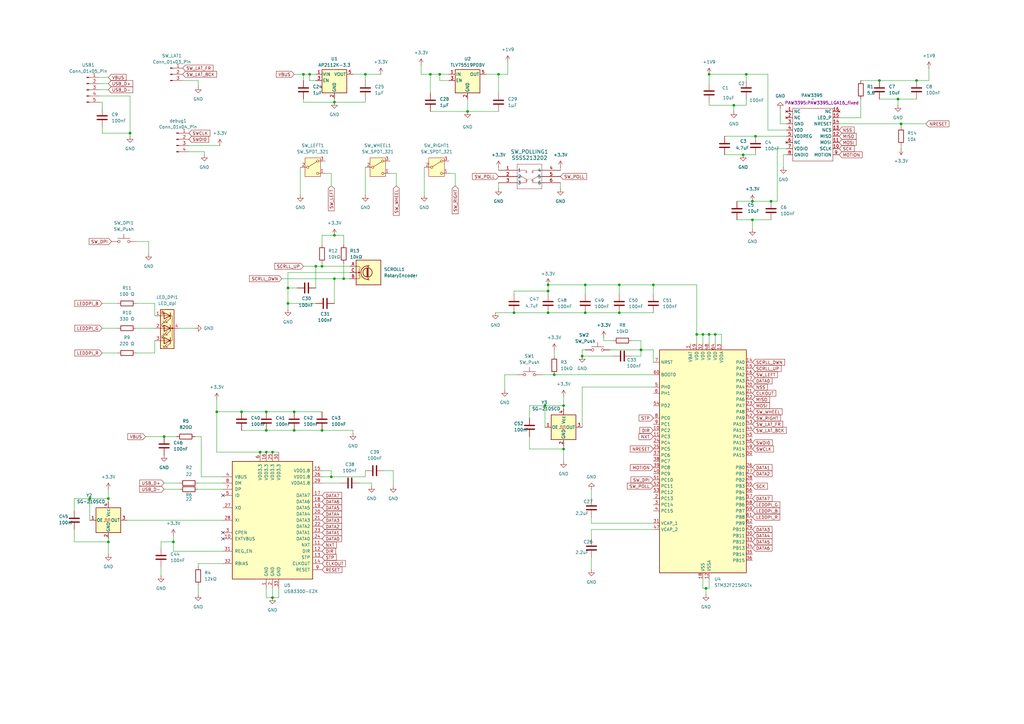
<source format=kicad_sch>
(kicad_sch (version 20250114) (generator "eeschema") (generator_version "9.0")
  (paper "A3")
  (junction (at 360.68 33.02))
  (junction (at 316.23 82.55))
  (junction (at 290.83 137.16))
  (junction (at 137.16 41.91))
  (junction (at 149.86 30.48))
  (junction (at 120.65 168.91))
  (junction (at 53.34 54.61))
  (junction (at 267.97 116.84))
  (junction (at 135.89 195.58))
  (junction (at 254 116.84))
  (junction (at 137.16 96.52))
  (junction (at 227.33 153.67))
  (junction (at 254 128.27))
  (junction (at 71.12 222.25))
  (junction (at 132.08 176.53))
  (junction (at 240.03 116.84))
  (junction (at 127 30.48))
  (junction (at 118.11 118.11))
  (junction (at 140.97 114.3))
  (junction (at 300.99 43.18))
  (junction (at 191.77 45.72))
  (junction (at 109.22 168.91))
  (junction (at 132.08 109.22))
  (junction (at 288.29 137.16))
  (junction (at 369.57 50.8))
  (junction (at 111.76 245.11))
  (junction (at 308.61 82.55))
  (junction (at 109.22 185.42))
  (junction (at 99.06 168.91))
  (junction (at 306.07 30.48))
  (junction (at 118.11 124.46))
  (junction (at 204.47 30.48))
  (junction (at 176.53 30.48))
  (junction (at 36.83 204.47))
  (junction (at 309.88 55.88))
  (junction (at 290.83 30.48))
  (junction (at 375.92 33.02))
  (junction (at 304.8 63.5))
  (junction (at 137.16 114.3))
  (junction (at 224.79 128.27))
  (junction (at 129.54 109.22))
  (junction (at 231.14 184.15))
  (junction (at 88.9 168.91))
  (junction (at 368.3 40.64))
  (junction (at 308.61 90.17))
  (junction (at 238.76 146.05))
  (junction (at 44.45 222.25))
  (junction (at 67.31 179.07))
  (junction (at 111.76 185.42))
  (junction (at 285.75 137.16))
  (junction (at 231.14 166.37))
  (junction (at 224.79 116.84))
  (junction (at 44.45 204.47))
  (junction (at 262.89 143.51))
  (junction (at 120.65 176.53))
  (junction (at 293.37 137.16))
  (junction (at 106.68 185.42))
  (junction (at 289.56 241.3))
  (junction (at 240.03 128.27))
  (junction (at 124.46 30.48))
  (junction (at 109.22 176.53))
  (junction (at 180.34 30.48))
  (junction (at 224.79 119.38))
  (junction (at 210.82 128.27))
  (junction (at 223.52 166.37))
  (no_connect (at 91.44 218.44))
  (no_connect (at 91.44 220.98))
  (no_connect (at 91.44 203.2))
  (wire (pts (xy 52.07 213.36) (xy 91.44 213.36)))
  (wire (pts (xy 304.8 63.5) (xy 309.88 63.5)))
  (wire (pts (xy 137.16 41.91) (xy 124.46 41.91)))
  (wire (pts (xy 132.08 100.33) (xy 132.08 96.52)))
  (wire (pts (xy 149.86 195.58) (xy 149.86 193.04)))
  (wire (pts (xy 53.34 54.61) (xy 53.34 55.88)))
  (wire (pts (xy 44.45 220.98) (xy 44.45 222.25)))
  (wire (pts (xy 308.61 90.17) (xy 316.23 90.17)))
  (wire (pts (xy 41.91 144.78) (xy 48.26 144.78)))
  (wire (pts (xy 322.58 60.96) (xy 318.77 60.96)))
  (wire (pts (xy 71.12 222.25) (xy 71.12 226.06)))
  (wire (pts (xy 133.35 71.12) (xy 135.89 71.12)))
  (wire (pts (xy 288.29 237.49) (xy 288.29 241.3)))
  (wire (pts (xy 109.22 185.42) (xy 111.76 185.42)))
  (wire (pts (xy 207.01 153.67) (xy 212.09 153.67)))
  (wire (pts (xy 223.52 166.37) (xy 217.17 166.37)))
  (wire (pts (xy 238.76 175.26) (xy 238.76 158.75)))
  (wire (pts (xy 240.03 128.27) (xy 254 128.27)))
  (wire (pts (xy 254 116.84) (xy 254 120.65)))
  (wire (pts (xy 99.06 168.91) (xy 109.22 168.91)))
  (wire (pts (xy 267.97 148.59) (xy 267.97 143.51)))
  (wire (pts (xy 36.83 204.47) (xy 36.83 213.36)))
  (wire (pts (xy 124.46 109.22) (xy 129.54 109.22)))
  (wire (pts (xy 180.34 30.48) (xy 184.15 30.48)))
  (wire (pts (xy 314.96 30.48) (xy 314.96 53.34)))
  (wire (pts (xy 231.14 167.64) (xy 231.14 166.37)))
  (wire (pts (xy 67.31 198.12) (xy 73.66 198.12)))
  (wire (pts (xy 44.45 204.47) (xy 36.83 204.47)))
  (wire (pts (xy 41.91 54.61) (xy 53.34 54.61)))
  (wire (pts (xy 30.48 217.17) (xy 30.48 222.25)))
  (wire (pts (xy 369.57 59.69) (xy 369.57 60.96)))
  (wire (pts (xy 41.91 41.91) (xy 41.91 44.45)))
  (wire (pts (xy 149.86 30.48) (xy 149.86 33.02)))
  (wire (pts (xy 132.08 176.53) (xy 144.78 176.53)))
  (wire (pts (xy 254 116.84) (xy 267.97 116.84)))
  (wire (pts (xy 132.08 107.95) (xy 132.08 109.22)))
  (wire (pts (xy 308.61 82.55) (xy 302.26 82.55)))
  (wire (pts (xy 152.4 198.12) (xy 152.4 199.39)))
  (wire (pts (xy 176.53 30.48) (xy 180.34 30.48)))
  (wire (pts (xy 91.44 231.14) (xy 81.28 231.14)))
  (wire (pts (xy 207.01 160.02) (xy 207.01 153.67)))
  (wire (pts (xy 55.88 134.62) (xy 63.5 134.62)))
  (wire (pts (xy 217.17 166.37) (xy 217.17 171.45)))
  (wire (pts (xy 40.64 39.37) (xy 53.34 39.37)))
  (wire (pts (xy 227.33 143.51) (xy 227.33 146.05)))
  (wire (pts (xy 229.87 74.93) (xy 229.87 77.47)))
  (wire (pts (xy 132.08 195.58) (xy 135.89 195.58)))
  (wire (pts (xy 379.73 50.8) (xy 369.57 50.8)))
  (wire (pts (xy 259.08 139.7) (xy 262.89 139.7)))
  (wire (pts (xy 66.04 222.25) (xy 66.04 224.79)))
  (wire (pts (xy 290.83 237.49) (xy 290.83 241.3)))
  (wire (pts (xy 135.89 71.12) (xy 135.89 76.2)))
  (wire (pts (xy 208.28 25.4) (xy 208.28 30.48)))
  (wire (pts (xy 242.57 214.63) (xy 267.97 214.63)))
  (wire (pts (xy 231.14 166.37) (xy 223.52 166.37)))
  (wire (pts (xy 288.29 241.3) (xy 289.56 241.3)))
  (wire (pts (xy 30.48 204.47) (xy 30.48 209.55)))
  (wire (pts (xy 71.12 226.06) (xy 91.44 226.06)))
  (wire (pts (xy 293.37 137.16) (xy 293.37 140.97)))
  (wire (pts (xy 127 33.02) (xy 127 30.48)))
  (wire (pts (xy 353.06 48.26) (xy 344.17 48.26)))
  (wire (pts (xy 186.69 71.12) (xy 184.15 71.12)))
  (wire (pts (xy 149.86 41.91) (xy 137.16 41.91)))
  (wire (pts (xy 81.28 33.02) (xy 81.28 35.56)))
  (wire (pts (xy 144.78 30.48) (xy 149.86 30.48)))
  (wire (pts (xy 88.9 168.91) (xy 88.9 185.42)))
  (wire (pts (xy 44.45 204.47) (xy 44.45 200.66)))
  (wire (pts (xy 369.57 50.8) (xy 369.57 52.07)))
  (wire (pts (xy 231.14 184.15) (xy 231.14 189.23)))
  (wire (pts (xy 204.47 30.48) (xy 208.28 30.48)))
  (wire (pts (xy 229.87 69.85) (xy 229.87 68.58)))
  (wire (pts (xy 114.3 241.3) (xy 114.3 245.11)))
  (wire (pts (xy 240.03 116.84) (xy 254 116.84)))
  (wire (pts (xy 262.89 143.51) (xy 262.89 146.05)))
  (wire (pts (xy 247.65 139.7) (xy 251.46 139.7)))
  (wire (pts (xy 129.54 33.02) (xy 127 33.02)))
  (wire (pts (xy 83.82 62.23) (xy 83.82 63.5)))
  (wire (pts (xy 285.75 137.16) (xy 285.75 140.97)))
  (wire (pts (xy 259.08 146.05) (xy 262.89 146.05)))
  (wire (pts (xy 106.68 185.42) (xy 109.22 185.42)))
  (wire (pts (xy 118.11 118.11) (xy 118.11 111.76)))
  (wire (pts (xy 191.77 40.64) (xy 191.77 45.72)))
  (wire (pts (xy 290.83 137.16) (xy 288.29 137.16)))
  (wire (pts (xy 369.57 50.8) (xy 344.17 50.8)))
  (wire (pts (xy 224.79 116.84) (xy 240.03 116.84)))
  (wire (pts (xy 242.57 214.63) (xy 242.57 212.09)))
  (wire (pts (xy 353.06 33.02) (xy 360.68 33.02)))
  (wire (pts (xy 210.82 120.65) (xy 210.82 119.38)))
  (wire (pts (xy 149.86 40.64) (xy 149.86 41.91)))
  (wire (pts (xy 81.28 198.12) (xy 91.44 198.12)))
  (wire (pts (xy 81.28 240.03) (xy 81.28 243.84)))
  (wire (pts (xy 109.22 241.3) (xy 109.22 245.11)))
  (wire (pts (xy 290.83 30.48) (xy 290.83 34.29)))
  (wire (pts (xy 199.39 30.48) (xy 204.47 30.48)))
  (wire (pts (xy 88.9 168.91) (xy 99.06 168.91)))
  (wire (pts (xy 309.88 55.88) (xy 322.58 55.88)))
  (wire (pts (xy 60.96 99.06) (xy 60.96 104.14)))
  (wire (pts (xy 115.57 114.3) (xy 137.16 114.3)))
  (wire (pts (xy 204.47 30.48) (xy 204.47 38.1)))
  (wire (pts (xy 129.54 109.22) (xy 129.54 118.11)))
  (wire (pts (xy 267.97 116.84) (xy 285.75 116.84)))
  (wire (pts (xy 242.57 200.66) (xy 242.57 204.47)))
  (wire (pts (xy 318.77 60.96) (xy 318.77 82.55)))
  (wire (pts (xy 176.53 30.48) (xy 176.53 38.1)))
  (wire (pts (xy 368.3 40.64) (xy 375.92 40.64)))
  (wire (pts (xy 184.15 33.02) (xy 180.34 33.02)))
  (wire (pts (xy 44.45 205.74) (xy 44.45 204.47)))
  (wire (pts (xy 231.14 166.37) (xy 231.14 162.56)))
  (wire (pts (xy 41.91 124.46) (xy 48.26 124.46)))
  (wire (pts (xy 132.08 193.04) (xy 135.89 193.04)))
  (wire (pts (xy 120.65 30.48) (xy 124.46 30.48)))
  (wire (pts (xy 288.29 137.16) (xy 285.75 137.16)))
  (wire (pts (xy 262.89 139.7) (xy 262.89 143.51)))
  (wire (pts (xy 135.89 193.04) (xy 135.89 195.58)))
  (wire (pts (xy 40.64 34.29) (xy 44.45 34.29)))
  (wire (pts (xy 203.2 128.27) (xy 210.82 128.27)))
  (wire (pts (xy 227.33 153.67) (xy 267.97 153.67)))
  (wire (pts (xy 82.55 195.58) (xy 91.44 195.58)))
  (wire (pts (xy 140.97 107.95) (xy 140.97 114.3)))
  (wire (pts (xy 114.3 245.11) (xy 111.76 245.11)))
  (wire (pts (xy 288.29 137.16) (xy 288.29 140.97)))
  (wire (pts (xy 240.03 143.51) (xy 238.76 143.51)))
  (wire (pts (xy 290.83 241.3) (xy 289.56 241.3)))
  (wire (pts (xy 124.46 30.48) (xy 127 30.48)))
  (wire (pts (xy 124.46 41.91) (xy 124.46 40.64)))
  (wire (pts (xy 63.5 144.78) (xy 63.5 139.7)))
  (wire (pts (xy 118.11 111.76) (xy 143.51 111.76)))
  (wire (pts (xy 306.07 30.48) (xy 306.07 33.02)))
  (wire (pts (xy 140.97 96.52) (xy 140.97 100.33)))
  (wire (pts (xy 157.48 193.04) (xy 161.29 193.04)))
  (wire (pts (xy 302.26 90.17) (xy 308.61 90.17)))
  (wire (pts (xy 111.76 241.3) (xy 111.76 245.11)))
  (wire (pts (xy 322.58 63.5) (xy 321.31 63.5)))
  (wire (pts (xy 73.66 134.62) (xy 80.01 134.62)))
  (wire (pts (xy 306.07 43.18) (xy 300.99 43.18)))
  (wire (pts (xy 217.17 179.07) (xy 217.17 184.15)))
  (wire (pts (xy 308.61 90.17) (xy 308.61 93.98)))
  (wire (pts (xy 81.28 231.14) (xy 81.28 232.41)))
  (wire (pts (xy 67.31 179.07) (xy 72.39 179.07)))
  (wire (pts (xy 210.82 119.38) (xy 224.79 119.38)))
  (wire (pts (xy 132.08 198.12) (xy 139.7 198.12)))
  (wire (pts (xy 118.11 127) (xy 118.11 124.46)))
  (wire (pts (xy 290.83 30.48) (xy 306.07 30.48)))
  (wire (pts (xy 59.69 179.07) (xy 67.31 179.07)))
  (wire (pts (xy 222.25 153.67) (xy 227.33 153.67)))
  (wire (pts (xy 41.91 134.62) (xy 48.26 134.62)))
  (wire (pts (xy 109.22 176.53) (xy 120.65 176.53)))
  (wire (pts (xy 267.97 143.51) (xy 262.89 143.51)))
  (wire (pts (xy 88.9 163.83) (xy 88.9 168.91)))
  (wire (pts (xy 162.56 71.12) (xy 160.02 71.12)))
  (wire (pts (xy 318.77 82.55) (xy 316.23 82.55)))
  (wire (pts (xy 290.83 43.18) (xy 290.83 41.91)))
  (wire (pts (xy 53.34 39.37) (xy 53.34 54.61)))
  (wire (pts (xy 172.72 30.48) (xy 176.53 30.48)))
  (wire (pts (xy 224.79 119.38) (xy 224.79 120.65)))
  (wire (pts (xy 63.5 124.46) (xy 63.5 129.54)))
  (wire (pts (xy 137.16 40.64) (xy 137.16 41.91)))
  (wire (pts (xy 254 128.27) (xy 267.97 128.27)))
  (wire (pts (xy 109.22 168.91) (xy 120.65 168.91)))
  (wire (pts (xy 140.97 114.3) (xy 143.51 114.3)))
  (wire (pts (xy 120.65 176.53) (xy 132.08 176.53)))
  (wire (pts (xy 204.47 74.93) (xy 204.47 77.47)))
  (wire (pts (xy 289.56 241.3) (xy 289.56 243.84)))
  (wire (pts (xy 118.11 124.46) (xy 118.11 118.11)))
  (wire (pts (xy 306.07 40.64) (xy 306.07 43.18)))
  (wire (pts (xy 295.91 140.97) (xy 295.91 137.16)))
  (wire (pts (xy 162.56 76.2) (xy 162.56 71.12)))
  (wire (pts (xy 55.88 144.78) (xy 63.5 144.78)))
  (wire (pts (xy 297.18 63.5) (xy 304.8 63.5)))
  (wire (pts (xy 238.76 143.51) (xy 238.76 146.05)))
  (wire (pts (xy 161.29 193.04) (xy 161.29 199.39)))
  (wire (pts (xy 120.65 168.91) (xy 132.08 168.91)))
  (wire (pts (xy 82.55 179.07) (xy 82.55 195.58)))
  (wire (pts (xy 137.16 114.3) (xy 140.97 114.3)))
  (wire (pts (xy 67.31 200.66) (xy 73.66 200.66)))
  (wire (pts (xy 66.04 232.41) (xy 66.04 236.22)))
  (wire (pts (xy 123.19 68.58) (xy 123.19 80.01)))
  (wire (pts (xy 132.08 109.22) (xy 143.51 109.22)))
  (wire (pts (xy 40.64 31.75) (xy 44.45 31.75)))
  (wire (pts (xy 321.31 63.5) (xy 321.31 68.58)))
  (wire (pts (xy 223.52 166.37) (xy 223.52 175.26)))
  (wire (pts (xy 124.46 30.48) (xy 124.46 33.02)))
  (wire (pts (xy 77.47 62.23) (xy 83.82 62.23)))
  (wire (pts (xy 55.88 99.06) (xy 60.96 99.06)))
  (wire (pts (xy 267.97 116.84) (xy 267.97 120.65)))
  (wire (pts (xy 375.92 33.02) (xy 381 33.02)))
  (wire (pts (xy 36.83 204.47) (xy 30.48 204.47)))
  (wire (pts (xy 99.06 176.53) (xy 109.22 176.53)))
  (wire (pts (xy 129.54 109.22) (xy 132.08 109.22)))
  (wire (pts (xy 204.47 69.85) (xy 204.47 68.58)))
  (wire (pts (xy 224.79 116.84) (xy 224.79 119.38)))
  (wire (pts (xy 80.01 179.07) (xy 82.55 179.07)))
  (wire (pts (xy 242.57 217.17) (xy 267.97 217.17)))
  (wire (pts (xy 250.19 143.51) (xy 262.89 143.51)))
  (wire (pts (xy 368.3 40.64) (xy 368.3 43.18)))
  (wire (pts (xy 297.18 55.88) (xy 309.88 55.88)))
  (wire (pts (xy 285.75 116.84) (xy 285.75 137.16)))
  (wire (pts (xy 381 27.94) (xy 381 33.02)))
  (wire (pts (xy 55.88 124.46) (xy 63.5 124.46)))
  (wire (pts (xy 238.76 146.05) (xy 251.46 146.05)))
  (wire (pts (xy 71.12 219.71) (xy 71.12 222.25)))
  (wire (pts (xy 44.45 222.25) (xy 44.45 227.33)))
  (wire (pts (xy 137.16 114.3) (xy 137.16 124.46)))
  (wire (pts (xy 132.08 96.52) (xy 137.16 96.52)))
  (wire (pts (xy 77.47 59.69) (xy 90.17 59.69)))
  (wire (pts (xy 180.34 33.02) (xy 180.34 30.48)))
  (wire (pts (xy 172.72 26.67) (xy 172.72 30.48)))
  (wire (pts (xy 353.06 40.64) (xy 353.06 48.26)))
  (wire (pts (xy 293.37 137.16) (xy 290.83 137.16)))
  (wire (pts (xy 74.93 33.02) (xy 81.28 33.02)))
  (wire (pts (xy 224.79 128.27) (xy 240.03 128.27)))
  (wire (pts (xy 118.11 118.11) (xy 121.92 118.11)))
  (wire (pts (xy 320.04 50.8) (xy 320.04 44.45)))
  (wire (pts (xy 40.64 41.91) (xy 41.91 41.91)))
  (wire (pts (xy 231.14 182.88) (xy 231.14 184.15)))
  (wire (pts (xy 210.82 128.27) (xy 224.79 128.27)))
  (wire (pts (xy 137.16 96.52) (xy 140.97 96.52)))
  (wire (pts (xy 186.69 76.2) (xy 186.69 71.12)))
  (wire (pts (xy 240.03 116.84) (xy 240.03 120.65)))
  (wire (pts (xy 127 30.48) (xy 129.54 30.48)))
  (wire (pts (xy 316.23 82.55) (xy 308.61 82.55)))
  (wire (pts (xy 111.76 185.42) (xy 114.3 185.42)))
  (wire (pts (xy 71.12 222.25) (xy 66.04 222.25)))
  (wire (pts (xy 41.91 52.07) (xy 41.91 54.61)))
  (wire (pts (xy 147.32 198.12) (xy 152.4 198.12)))
  (wire (pts (xy 320.04 50.8) (xy 322.58 50.8)))
  (wire (pts (xy 144.78 176.53) (xy 144.78 177.8)))
  (wire (pts (xy 295.91 137.16) (xy 293.37 137.16)))
  (wire (pts (xy 135.89 195.58) (xy 149.86 195.58)))
  (wire (pts (xy 173.99 68.58) (xy 173.99 80.01)))
  (wire (pts (xy 290.83 137.16) (xy 290.83 140.97)))
  (wire (pts (xy 30.48 222.25) (xy 44.45 222.25)))
  (wire (pts (xy 88.9 185.42) (xy 106.68 185.42)))
  (wire (pts (xy 300.99 43.18) (xy 300.99 45.72)))
  (wire (pts (xy 217.17 184.15) (xy 231.14 184.15)))
  (wire (pts (xy 118.11 124.46) (xy 129.54 124.46)))
  (wire (pts (xy 176.53 45.72) (xy 191.77 45.72)))
  (wire (pts (xy 109.22 245.11) (xy 111.76 245.11)))
  (wire (pts (xy 149.86 30.48) (xy 156.21 30.48)))
  (wire (pts (xy 242.57 228.6) (xy 242.57 233.68)))
  (wire (pts (xy 242.57 220.98) (xy 242.57 217.17)))
  (wire (pts (xy 360.68 33.02) (xy 375.92 33.02)))
  (wire (pts (xy 247.65 138.43) (xy 247.65 139.7)))
  (wire (pts (xy 40.64 36.83) (xy 44.45 36.83)))
  (wire (pts (xy 191.77 45.72) (xy 204.47 45.72)))
  (wire (pts (xy 290.83 43.18) (xy 300.99 43.18)))
  (wire (pts (xy 314.96 53.34) (xy 322.58 53.34)))
  (wire (pts (xy 360.68 40.64) (xy 368.3 40.64)))
  (wire (pts (xy 81.28 200.66) (xy 91.44 200.66)))
  (wire (pts (xy 238.76 158.75) (xy 267.97 158.75)))
  (wire (pts (xy 149.86 68.58) (xy 149.86 80.01)))
  (wire (pts (xy 306.07 30.48) (xy 314.96 30.48)))
  (global_label "SW_LAT_FR" (shape input) (at 308.61 173.99 0) (property "Intersheetrefs" "${INTERSHEET_REFS}" (effects (hide yes))))
  (global_label "DATA4" (shape input) (at 132.08 210.82 0) (property "Intersheetrefs" "${INTERSHEET_REFS}" (effects (hide yes))))
  (global_label "DATA0" (shape input) (at 308.61 156.21 0) (property "Intersheetrefs" "${INTERSHEET_REFS}" (effects (hide yes))))
  (global_label "LEDDPI_B" (shape input) (at 41.91 124.46 180) (property "Intersheetrefs" "${INTERSHEET_REFS}" (effects (hide yes))))
  (global_label "STP" (shape input) (at 267.97 171.45 180) (property "Intersheetrefs" "${INTERSHEET_REFS}" (effects (hide yes))))
  (global_label "USB_D-" (shape input) (at 67.31 200.66 180) (property "Intersheetrefs" "${INTERSHEET_REFS}" (effects (hide yes))))
  (global_label "SW_LAT_BCK" (shape input) (at 308.61 176.53 0) (property "Intersheetrefs" "${INTERSHEET_REFS}" (effects (hide yes))))
  (global_label "DATA2" (shape input) (at 308.61 194.31 0) (property "Intersheetrefs" "${INTERSHEET_REFS}" (effects (hide yes))))
  (global_label "LEDDPI_G" (shape input) (at 41.91 134.62 180) (property "Intersheetrefs" "${INTERSHEET_REFS}" (effects (hide yes))))
  (global_label "NSS" (shape input) (at 344.17 53.34 0) (property "Intersheetrefs" "${INTERSHEET_REFS}" (effects (hide yes))))
  (global_label "MISO" (shape input) (at 308.61 163.83 0) (property "Intersheetrefs" "${INTERSHEET_REFS}" (effects (hide yes))))
  (global_label "VBUS" (shape input) (at 59.69 179.07 180) (property "Intersheetrefs" "${INTERSHEET_REFS}" (effects (hide yes))))
  (global_label "SW_DPI" (shape input) (at 267.97 196.85 180) (property "Intersheetrefs" "${INTERSHEET_REFS}" (effects (hide yes))))
  (global_label "DATA1" (shape input) (at 308.61 191.77 0) (property "Intersheetrefs" "${INTERSHEET_REFS}" (effects (hide yes))))
  (global_label "DATA5" (shape input) (at 132.08 208.28 0) (property "Intersheetrefs" "${INTERSHEET_REFS}" (effects (hide yes))))
  (global_label "STP" (shape input) (at 132.08 228.6 0) (property "Intersheetrefs" "${INTERSHEET_REFS}" (effects (hide yes))))
  (global_label "SCRLL_UP" (shape input) (at 308.61 151.13 0) (property "Intersheetrefs" "${INTERSHEET_REFS}" (effects (hide yes))))
  (global_label "CLKOUT" (shape input) (at 308.61 161.29 0) (property "Intersheetrefs" "${INTERSHEET_REFS}" (effects (hide yes))))
  (global_label "SW_LAT_BCK" (shape input) (at 74.93 30.48 0) (property "Intersheetrefs" "${INTERSHEET_REFS}" (effects (hide yes))))
  (global_label "DATA2" (shape input) (at 132.08 215.9 0) (property "Intersheetrefs" "${INTERSHEET_REFS}" (effects (hide yes))))
  (global_label "VBUS" (shape input) (at 44.45 31.75 0) (property "Intersheetrefs" "${INTERSHEET_REFS}" (effects (hide yes))))
  (global_label "SCRLL_DWN" (shape input) (at 115.57 114.3 180) (property "Intersheetrefs" "${INTERSHEET_REFS}" (effects (hide yes))))
  (global_label "DATA7" (shape input) (at 308.61 204.47 0) (property "Intersheetrefs" "${INTERSHEET_REFS}" (effects (hide yes))))
  (global_label "VBUS" (shape input) (at 120.65 30.48 180) (property "Intersheetrefs" "${INTERSHEET_REFS}" (effects (hide yes))))
  (global_label "LEDDPI_G" (shape input) (at 308.61 207.01 0) (property "Intersheetrefs" "${INTERSHEET_REFS}" (effects (hide yes))))
  (global_label "SW_POLL" (shape input) (at 267.97 199.39 180) (property "Intersheetrefs" "${INTERSHEET_REFS}" (effects (hide yes))))
  (global_label "DATA4" (shape input) (at 308.61 219.71 0) (property "Intersheetrefs" "${INTERSHEET_REFS}" (effects (hide yes))))
  (global_label "SCRLL_UP" (shape input) (at 124.46 109.22 180) (property "Intersheetrefs" "${INTERSHEET_REFS}" (effects (hide yes))))
  (global_label "LEDDPI_B" (shape input) (at 308.61 209.55 0) (property "Intersheetrefs" "${INTERSHEET_REFS}" (effects (hide yes))))
  (global_label "SW_RIGHT" (shape input) (at 186.69 76.2 270) (property "Intersheetrefs" "${INTERSHEET_REFS}" (effects (hide yes))))
  (global_label "SW_LEFT" (shape input) (at 308.61 153.67 0) (property "Intersheetrefs" "${INTERSHEET_REFS}" (effects (hide yes))))
  (global_label "USB_D-" (shape input) (at 44.45 36.83 0) (property "Intersheetrefs" "${INTERSHEET_REFS}" (effects (hide yes))))
  (global_label "LEDDPI_R" (shape input) (at 308.61 212.09 0) (property "Intersheetrefs" "${INTERSHEET_REFS}" (effects (hide yes))))
  (global_label "DATA3" (shape input) (at 132.08 213.36 0) (property "Intersheetrefs" "${INTERSHEET_REFS}" (effects (hide yes))))
  (global_label "MOSI" (shape input) (at 308.61 166.37 0) (property "Intersheetrefs" "${INTERSHEET_REFS}" (effects (hide yes))))
  (global_label "DATA6" (shape input) (at 132.08 205.74 0) (property "Intersheetrefs" "${INTERSHEET_REFS}" (effects (hide yes))))
  (global_label "RESET" (shape input) (at 132.08 233.68 0) (property "Intersheetrefs" "${INTERSHEET_REFS}" (effects (hide yes))))
  (global_label "SW_WHEEL" (shape input) (at 308.61 168.91 0) (property "Intersheetrefs" "${INTERSHEET_REFS}" (effects (hide yes))))
  (global_label "DATA7" (shape input) (at 132.08 203.2 0) (property "Intersheetrefs" "${INTERSHEET_REFS}" (effects (hide yes))))
  (global_label "MISO" (shape input) (at 344.17 55.88 0) (property "Intersheetrefs" "${INTERSHEET_REFS}" (effects (hide yes))))
  (global_label "SW_LEFT" (shape input) (at 135.89 76.2 270) (property "Intersheetrefs" "${INTERSHEET_REFS}" (effects (hide yes))))
  (global_label "NXT" (shape input) (at 267.97 179.07 180) (property "Intersheetrefs" "${INTERSHEET_REFS}" (effects (hide yes))))
  (global_label "USB_D+" (shape input) (at 67.31 198.12 180) (property "Intersheetrefs" "${INTERSHEET_REFS}" (effects (hide yes))))
  (global_label "NSS" (shape input) (at 308.61 158.75 0) (property "Intersheetrefs" "${INTERSHEET_REFS}" (effects (hide yes))))
  (global_label "MOSI" (shape input) (at 344.17 58.42 0) (property "Intersheetrefs" "${INTERSHEET_REFS}" (effects (hide yes))))
  (global_label "SWCLK" (shape input) (at 308.61 184.15 0) (property "Intersheetrefs" "${INTERSHEET_REFS}" (effects (hide yes))))
  (global_label "DIR" (shape input) (at 267.97 176.53 180) (property "Intersheetrefs" "${INTERSHEET_REFS}" (effects (hide yes))))
  (global_label "DATA3" (shape input) (at 308.61 217.17 0) (property "Intersheetrefs" "${INTERSHEET_REFS}" (effects (hide yes))))
  (global_label "SW_POLL" (shape input) (at 229.87 72.39 0) (property "Intersheetrefs" "${INTERSHEET_REFS}" (effects (hide yes))))
  (global_label "CLKOUT" (shape input) (at 132.08 231.14 0) (property "Intersheetrefs" "${INTERSHEET_REFS}" (effects (hide yes))))
  (global_label "USB_D+" (shape input) (at 44.45 34.29 0) (property "Intersheetrefs" "${INTERSHEET_REFS}" (effects (hide yes))))
  (global_label "SW_WHEEL" (shape input) (at 162.56 76.2 270) (property "Intersheetrefs" "${INTERSHEET_REFS}" (effects (hide yes))))
  (global_label "MOTION" (shape input) (at 344.17 63.5 0) (property "Intersheetrefs" "${INTERSHEET_REFS}" (effects (hide yes))))
  (global_label "SWDI0" (shape input) (at 77.47 57.15 0) (property "Intersheetrefs" "${INTERSHEET_REFS}" (effects (hide yes))))
  (global_label "SCRLL_DWN" (shape input) (at 308.61 148.59 0) (property "Intersheetrefs" "${INTERSHEET_REFS}" (effects (hide yes))))
  (global_label "DATA5" (shape input) (at 308.61 222.25 0) (property "Intersheetrefs" "${INTERSHEET_REFS}" (effects (hide yes))))
  (global_label "SW_LAT_FR" (shape input) (at 74.93 27.94 0) (property "Intersheetrefs" "${INTERSHEET_REFS}" (effects (hide yes))))
  (global_label "SWDI0" (shape input) (at 308.61 181.61 0) (property "Intersheetrefs" "${INTERSHEET_REFS}" (effects (hide yes))))
  (global_label "SW_POLL" (shape input) (at 204.47 72.39 180) (property "Intersheetrefs" "${INTERSHEET_REFS}" (effects (hide yes))))
  (global_label "DIR" (shape input) (at 132.08 226.06 0) (property "Intersheetrefs" "${INTERSHEET_REFS}" (effects (hide yes))))
  (global_label "DATA6" (shape input) (at 308.61 224.79 0) (property "Intersheetrefs" "${INTERSHEET_REFS}" (effects (hide yes))))
  (global_label "SWCLK" (shape input) (at 77.47 54.61 0) (property "Intersheetrefs" "${INTERSHEET_REFS}" (effects (hide yes))))
  (global_label "SW_RIGHT" (shape input) (at 308.61 171.45 0) (property "Intersheetrefs" "${INTERSHEET_REFS}" (effects (hide yes))))
  (global_label "MOTION" (shape input) (at 267.97 191.77 180) (property "Intersheetrefs" "${INTERSHEET_REFS}" (effects (hide yes))))
  (global_label "SCK" (shape input) (at 308.61 199.39 0) (property "Intersheetrefs" "${INTERSHEET_REFS}" (effects (hide yes))))
  (global_label "SCK" (shape input) (at 344.17 60.96 0) (property "Intersheetrefs" "${INTERSHEET_REFS}" (effects (hide yes))))
  (global_label "NRESET" (shape input) (at 379.73 50.8 0) (property "Intersheetrefs" "${INTERSHEET_REFS}" (effects (hide yes))))
  (global_label "LEDDPI_R" (shape input) (at 41.91 144.78 180) (property "Intersheetrefs" "${INTERSHEET_REFS}" (effects (hide yes))))
  (global_label "NRESET" (shape input) (at 267.97 184.15 180) (property "Intersheetrefs" "${INTERSHEET_REFS}" (effects (hide yes))))
  (global_label "DATA0" (shape input) (at 132.08 220.98 0) (property "Intersheetrefs" "${INTERSHEET_REFS}" (effects (hide yes))))
  (global_label "SW_DPI" (shape input) (at 45.72 99.06 180) (property "Intersheetrefs" "${INTERSHEET_REFS}" (effects (hide yes))))
  (global_label "NXT" (shape input) (at 132.08 223.52 0) (property "Intersheetrefs" "${INTERSHEET_REFS}" (effects (hide yes))))
  (global_label "DATA1" (shape input) (at 132.08 218.44 0) (property "Intersheetrefs" "${INTERSHEET_REFS}" (effects (hide yes))))
  (symbol (lib_id "power:+3.3V") (at 231.14 162.56 0) (unit 1)
    (property "Reference" "#PWR077" (effects (hide yes)))
    (property "Value" "+3.3V" (at 231.14 157.48 0))
    (property "Description" "Power symbol creates a global label with name \"+3.3V\"" (effects (hide yes)))
  )
  (symbol (lib_id "Device:C") (at 210.82 124.46 0) (unit 1)
    (property "Reference" "C47" (at 217.17 122.6819 0) (effects (justify left)))
    (property "Value" "4,7uF" (at 215.392 125.476 0) (effects (justify left)))
    (property "Footprint" "Capacitor_SMD:C_0603_1608Metric" (effects (hide yes)))
    (property "Description" "Unpolarized capacitor" (effects (hide yes)))
  )
  (symbol (lib_id "Connector:Conn_01x04_Pin") (at 72.39 57.15 0) (unit 1)
    (property "Reference" "debug1" (at 73.025 49.53 0))
    (property "Value" "Conn_01x04_Pin" (at 73.025 52.07 0))
    (property "Footprint" "Connector_JST:JST_PH_S4B-PH-K_1x04_P2.00mm_Horizontal" (effects (hide yes)))
    (property "Description" "Generic connector, single row, 01x04, script generated" (effects (hide yes)))
  )
  (symbol (lib_id "power:GND") (at 83.82 63.5 0) (unit 1)
    (property "Reference" "#PWR041" (effects (hide yes)))
    (property "Value" "GND" (at 83.82 68.58 0))
    (property "Description" "Power symbol creates a global label with name \"GND\" , ground" (effects (hide yes)))
  )
  (symbol (lib_id "Device:C") (at 316.23 86.36 0) (unit 1)
    (property "Reference" "C6" (at 320.04 85.0899 0) (effects (justify left)))
    (property "Value" "100nF" (at 320.04 87.6299 0) (effects (justify left)))
    (property "Footprint" "Capacitor_SMD:C_0402_1005Metric" (effects (hide yes)))
    (property "Description" "Unpolarized capacitor" (effects (hide yes)))
  )
  (symbol (lib_id "Device:C") (at 254 124.46 0) (unit 1)
    (property "Reference" "C50" (at 257.81 123.1899 0) (effects (justify left)))
    (property "Value" "100nF" (at 257.81 125.7299 0) (effects (justify left)))
    (property "Footprint" "Capacitor_SMD:C_0402_1005Metric" (effects (hide yes)))
    (property "Description" "Unpolarized capacitor" (effects (hide yes)))
  )
  (symbol (lib_id "power:GND") (at 152.4 199.39 0) (unit 1)
    (property "Reference" "#PWR063" (effects (hide yes)))
    (property "Value" "GND" (at 152.4 204.47 0))
    (property "Description" "Power symbol creates a global label with name \"GND\" , ground" (effects (hide yes)))
  )
  (symbol (lib_id "Switch:SW_SPDT_321") (at 154.94 68.58 0) (unit 1)
    (property "Reference" "SW_WHEEL1" (at 154.94 59.69 0))
    (property "Value" "SW_SPDT_321" (at 154.94 62.23 0))
    (property "Footprint" "Omron mouse switches:SW_D2FC_OMR" (effects (hide yes)))
    (property "Description" "Switch, single pole double throw" (effects (hide yes)))
  )
  (symbol (lib_id "power:GND") (at 229.87 77.47 0) (unit 1)
    (property "Reference" "#PWR048" (effects (hide yes)))
    (property "Value" "GND" (at 229.87 82.55 0))
    (property "Description" "Power symbol creates a global label with name \"GND\" , ground" (effects (hide yes)))
  )
  (symbol (lib_id "Device:C") (at 66.04 228.6 0) (unit 1)
    (property "Reference" "C44" (at 69.85 227.3299 0) (effects (justify left)))
    (property "Value" "100nF" (at 69.85 229.8699 0) (effects (justify left)))
    (property "Footprint" "Capacitor_SMD:C_0402_1005Metric" (effects (hide yes)))
    (property "Description" "Unpolarized capacitor" (effects (hide yes)))
  )
  (symbol (lib_id "power:GND") (at 238.76 146.05 0) (unit 1)
    (property "Reference" "#PWR055" (effects (hide yes)))
    (property "Value" "GND" (at 238.76 151.13 0))
    (property "Description" "Power symbol creates a global label with name \"GND\" , ground" (effects (hide yes)))
  )
  (symbol (lib_id "power:GND") (at 308.61 93.98 0) (unit 1)
    (property "Reference" "#PWR08" (effects (hide yes)))
    (property "Value" "GND" (at 308.61 99.06 0))
    (property "Description" "Power symbol creates a global label with name \"GND\" , ground" (effects (hide yes)))
  )
  (symbol (lib_id "Regulator_Linear:AP2112K-3.3") (at 137.16 33.02 0) (unit 1)
    (property "Reference" "U1" (at 137.16 24.13 0))
    (property "Value" "AP2112K-3.3" (at 137.16 26.67 0))
    (property "Footprint" "Package_TO_SOT_SMD:SOT-23-5" (effects (hide yes)))
    (property "Datasheet" "https://www.diodes.com/assets/Datasheets/AP2112.pdf" (effects (hide yes)))
    (property "Description" "600mA low dropout linear regulator, with enable pin, 3.8V-6V input voltage range, 3.3V fixed positive output, SOT-23-5" (effects (hide yes)))
  )
  (symbol (lib_id "Device:C") (at 67.31 182.88 180) (unit 1)
    (property "Reference" "C46" (at 71.12 181.6099 0) (effects (justify right)))
    (property "Value" "100nF" (at 71.12 184.1499 0) (effects (justify right)))
    (property "Footprint" "Capacitor_SMD:C_0402_1005Metric" (effects (hide yes)))
    (property "Description" "Unpolarized capacitor" (effects (hide yes)))
  )
  (symbol (lib_id "power:GND") (at 137.16 41.91 0) (unit 1)
    (property "Reference" "#PWR04" (effects (hide yes)))
    (property "Value" "GND" (at 137.16 46.99 0))
    (property "Description" "Power symbol creates a global label with name \"GND\" , ground" (effects (hide yes)))
  )
  (symbol (lib_id "Device:R") (at 140.97 104.14 0) (unit 1)
    (property "Reference" "R13" (at 143.51 102.8699 0) (effects (justify left)))
    (property "Value" "10 kΩ" (at 143.51 105.4099 0) (effects (justify left)))
    (property "Footprint" "Resistor_SMD:R_0603_1608Metric" (effects (hide yes)))
    (property "Description" "Resistor" (effects (hide yes)))
  )
  (symbol (lib_id "Device:C") (at 120.65 172.72 0) (unit 1)
    (property "Reference" "C42" (at 124.46 171.4499 0) (effects (justify left)))
    (property "Value" "100nF" (at 124.46 173.9899 0) (effects (justify left)))
    (property "Footprint" "Capacitor_SMD:C_0402_1005Metric" (effects (hide yes)))
    (property "Description" "Unpolarized capacitor" (effects (hide yes)))
  )
  (symbol (lib_id "Device:C") (at 302.26 86.36 0) (unit 1)
    (property "Reference" "C5" (at 306.578 84.074 0) (effects (justify left)))
    (property "Value" "10uF" (at 306.578 86.614 0) (effects (justify left)))
    (property "Footprint" "Capacitor_SMD:C_0805_2012Metric" (effects (hide yes)))
    (property "Description" "Unpolarized capacitor" (effects (hide yes)))
  )
  (symbol (lib_id "Device:C") (at 224.79 124.46 0) (unit 1)
    (property "Reference" "C48" (at 228.6 123.1899 0) (effects (justify left)))
    (property "Value" "100nF" (at 228.6 125.7299 0) (effects (justify left)))
    (property "Footprint" "Capacitor_SMD:C_0402_1005Metric" (effects (hide yes)))
    (property "Description" "Unpolarized capacitor" (effects (hide yes)))
  )
  (symbol (lib_id "Switch:SW_Push") (at 245.11 143.51 0) (unit 1)
    (property "Reference" "SW2" (at 239.522 137.414 0))
    (property "Value" "SW_Push" (at 240.03 139.954 0))
    (property "Footprint" "Button_Switch_SMD:SW_SPST_EVQP7C" (effects (hide yes)))
    (property "Description" "Push button switch, generic, two pins" (effects (hide yes)))
  )
  (symbol (lib_id "power:+3.3V") (at 229.87 68.58 0) (unit 1)
    (property "Reference" "#PWR047" (effects (hide yes)))
    (property "Value" "+3.3V" (at 229.87 63.5 0))
    (property "Description" "Power symbol creates a global label with name \"+3.3V\"" (effects (hide yes)))
  )
  (symbol (lib_id "Device:R") (at 76.2 179.07 90) (unit 1)
    (property "Reference" "R5" (at 76.2 172.72 90))
    (property "Value" "820Ω" (at 76.2 175.26 90))
    (property "Footprint" "Resistor_SMD:R_0603_1608Metric" (effects (hide yes)))
    (property "Description" "Resistor" (effects (hide yes)))
  )
  (symbol (lib_id "Switch:SW_SPDT_321") (at 128.27 68.58 0) (unit 1)
    (property "Reference" "SW_LEFT1" (at 128.27 59.69 0))
    (property "Value" "SW_SPDT_321" (at 128.27 62.23 0))
    (property "Footprint" "Omron mouse switches:SW_D2FC_OMR" (effects (hide yes)))
    (property "Description" "Switch, single pole double throw" (effects (hide yes)))
  )
  (symbol (lib_id "Device:R") (at 77.47 200.66 90) (unit 1)
    (property "Reference" "R6" (at 77.47 202.946 90))
    (property "Value" "22" (at 77.47 204.724 90))
    (property "Footprint" "Resistor_SMD:R_0603_1608Metric" (effects (hide yes)))
    (property "Description" "Resistor" (effects (hide yes)))
  )
  (symbol (lib_id "paw3395:paw3395") (at 328.93 48.26 0) (unit 1)
    (property "Reference" "PAW3395" (at 332.994 39.116 0))
    (property "Value" "~" (at 333.375 40.64 0))
    (property "Footprint" "PAW3395:PAW3395_LGA16_fixed" (at 337.058 42.164 0))
  )
  (symbol (lib_id "power:+3.3V") (at 156.21 30.48 0) (unit 1)
    (property "Reference" "#PWR039" (effects (hide yes)))
    (property "Value" "+3.3V" (at 156.21 25.4 0))
    (property "Description" "Power symbol creates a global label with name \"+3.3V\"" (effects (hide yes)))
  )
  (symbol (lib_id "power:GND") (at 289.56 243.84 0) (unit 1)
    (property "Reference" "#PWR071" (effects (hide yes)))
    (property "Value" "GND" (at 289.56 248.92 0))
    (property "Description" "Power symbol creates a global label with name \"GND\" , ground" (effects (hide yes)))
  )
  (symbol (lib_id "power:GND") (at 242.57 233.68 0) (unit 1)
    (property "Reference" "#PWR051" (effects (hide yes)))
    (property "Value" "GND" (at 242.57 238.76 0))
    (property "Description" "Power symbol creates a global label with name \"GND\" , ground" (effects (hide yes)))
  )
  (symbol (lib_id "power:GND") (at 44.45 227.33 0) (unit 1)
    (property "Reference" "#PWR069" (effects (hide yes)))
    (property "Value" "GND" (at 44.45 232.41 0))
    (property "Description" "Power symbol creates a global label with name \"GND\" , ground" (effects (hide yes)))
  )
  (symbol (lib_id "power:+1V8") (at 208.28 25.4 0) (unit 1)
    (property "Reference" "#PWR036" (effects (hide yes)))
    (property "Value" "+1V9" (at 208.28 20.32 0))
    (property "Description" "Power symbol creates a global label with name \"+1V8\"" (effects (hide yes)))
  )
  (symbol (lib_id "power:GND") (at 242.57 200.66 180) (unit 1)
    (property "Reference" "#PWR052" (effects (hide yes)))
    (property "Value" "GND" (at 242.57 195.58 0))
    (property "Description" "Power symbol creates a global label with name \"GND\" , ground" (effects (hide yes)))
  )
  (symbol (lib_id "power:+3.3V") (at 227.33 143.51 0) (unit 1)
    (property "Reference" "#PWR044" (effects (hide yes)))
    (property "Value" "+3.3V" (at 227.33 138.43 0))
    (property "Description" "Power symbol creates a global label with name \"+3.3V\"" (effects (hide yes)))
  )
  (symbol (lib_id "power:GND") (at 304.8 63.5 0) (unit 1)
    (property "Reference" "#PWR07" (effects (hide yes)))
    (property "Value" "GND" (at 304.8 68.58 0))
    (property "Description" "Power symbol creates a global label with name \"GND\" , ground" (effects (hide yes)))
  )
  (symbol (lib_id "Device:C") (at 133.35 124.46 90) (unit 1)
    (property "Reference" "C31" (at 133.35 128.778 90))
    (property "Value" "100nF" (at 133.35 131.318 90))
    (property "Footprint" "Capacitor_SMD:C_0402_1005Metric" (effects (hide yes)))
    (property "Description" "Unpolarized capacitor" (effects (hide yes)))
  )
  (symbol (lib_id "Interface_USB:USB3300-EZK") (at 111.76 213.36 0) (unit 1)
    (property "Reference" "U5" (at 116.4433 240.03 0) (effects (justify left)))
    (property "Value" "USB3300-EZK" (at 116.4433 242.57 0) (effects (justify left)))
    (property "Footprint" "Package_DFN_QFN:QFN-32-1EP_5x5mm_P0.5mm_EP3.45x3.45mm" (effects (hide yes)))
    (property "Datasheet" "http://ww1.microchip.com/downloads/en/DeviceDoc/00001783C.pdf" (effects (hide yes)))
    (property "Description" "Hi-Speed USB Host, Device or OTG PHY with ULPI Interface" (effects (hide yes)))
  )
  (symbol (lib_id "Device:C") (at 176.53 41.91 0) (unit 1)
    (property "Reference" "C28" (at 180.34 40.6399 0) (effects (justify left)))
    (property "Value" "1 µF" (at 180.34 43.1799 0) (effects (justify left)))
    (property "Footprint" "Capacitor_SMD:C_0402_1005Metric" (effects (hide yes)))
    (property "Description" "Unpolarized capacitor" (effects (hide yes)))
  )
  (symbol (lib_id "Switch:SW_Push") (at 217.17 153.67 0) (unit 1)
    (property "Reference" "SW1" (at 217.17 146.05 0))
    (property "Value" "SW_Push" (at 217.17 148.59 0))
    (property "Footprint" "Button_Switch_SMD:SW_SPST_TL3342" (effects (hide yes)))
    (property "Description" "Push button switch, generic, two pins" (effects (hide yes)))
  )
  (symbol (lib_id "Switch:SW_SPDT_321") (at 179.07 68.58 0) (unit 1)
    (property "Reference" "SW_RIGHT1" (at 179.07 59.69 0))
    (property "Value" "SW_SPDT_321" (at 179.07 62.23 0))
    (property "Footprint" "Omron mouse switches:SW_D2FC_OMR" (effects (hide yes)))
    (property "Description" "Switch, single pole double throw" (effects (hide yes)))
  )
  (symbol (lib_id "Device:C") (at 143.51 198.12 90) (unit 1)
    (property "Reference" "C38" (at 143.51 190.5 90))
    (property "Value" "100nF" (at 143.51 193.04 90))
    (property "Footprint" "Capacitor_SMD:C_0402_1005Metric" (effects (hide yes)))
    (property "Description" "Unpolarized capacitor" (effects (hide yes)))
  )
  (symbol (lib_id "power:GND") (at 67.31 186.69 0) (unit 1)
    (property "Reference" "#PWR070" (effects (hide yes)))
    (property "Value" "GND" (at 67.31 191.77 0))
    (property "Description" "Power symbol creates a global label with name \"GND\" , ground" (effects (hide yes)))
  )
  (symbol (lib_id "Device:C") (at 30.48 213.36 180) (unit 1)
    (property "Reference" "C45" (at 24.13 211.836 0) (effects (justify right)))
    (property "Value" "100nf" (at 24.13 214.376 0) (effects (justify right)))
    (property "Footprint" "Capacitor_SMD:C_0402_1005Metric" (effects (hide yes)))
    (property "Description" "Unpolarized capacitor" (effects (hide yes)))
  )
  (symbol (lib_id "power:+1V8") (at 290.83 30.48 0) (unit 1)
    (property "Reference" "#PWR038" (effects (hide yes)))
    (property "Value" "+1V9" (at 290.83 25.4 0))
    (property "Description" "Power symbol creates a global label with name \"+1V8\"" (effects (hide yes)))
  )
  (symbol (lib_id "Device:C") (at 204.47 41.91 0) (unit 1)
    (property "Reference" "C29" (at 208.28 40.6399 0) (effects (justify left)))
    (property "Value" "1 µF" (at 208.28 43.1799 0) (effects (justify left)))
    (property "Footprint" "Capacitor_SMD:C_0402_1005Metric" (effects (hide yes)))
    (property "Description" "Unpolarized capacitor" (effects (hide yes)))
  )
  (symbol (lib_id "Device:C") (at 240.03 124.46 0) (unit 1)
    (property "Reference" "C49" (at 243.84 123.1899 0) (effects (justify left)))
    (property "Value" "100nF" (at 243.84 125.7299 0) (effects (justify left)))
    (property "Footprint" "Capacitor_SMD:C_0402_1005Metric" (effects (hide yes)))
    (property "Description" "Unpolarized capacitor" (effects (hide yes)))
  )
  (symbol (lib_id "Device:C") (at 124.46 36.83 0) (unit 1)
    (property "Reference" "C24" (at 128.27 35.5599 0) (effects (justify left)))
    (property "Value" "1 µF" (at 128.27 38.0999 0) (effects (justify left)))
    (property "Footprint" "Capacitor_SMD:C_0402_1005Metric" (effects (hide yes)))
    (property "Description" "Unpolarized capacitor" (effects (hide yes)))
  )
  (symbol (lib_id "power:GND") (at 118.11 127 0) (unit 1)
    (property "Reference" "#PWR033" (effects (hide yes)))
    (property "Value" "GND" (at 118.11 132.08 0))
    (property "Description" "Power symbol creates a global label with name \"GND\" , ground" (effects (hide yes)))
  )
  (symbol (lib_id "power:GND") (at 80.01 134.62 90) (unit 1)
    (property "Reference" "#PWR032" (effects (hide yes)))
    (property "Value" "GND" (at 83.566 134.62 90) (effects (justify right)))
    (property "Description" "Power symbol creates a global label with name \"GND\" , ground" (effects (hide yes)))
  )
  (symbol (lib_id "power:+1V8") (at 381 27.94 0) (unit 1)
    (property "Reference" "#PWR037" (effects (hide yes)))
    (property "Value" "+1V9" (at 381 22.86 0))
    (property "Description" "Power symbol creates a global label with name \"+1V8\"" (effects (hide yes)))
  )
  (symbol (lib_id "power:GND") (at 53.34 55.88 0) (unit 1)
    (property "Reference" "#PWR045" (effects (hide yes)))
    (property "Value" "GND" (at 53.34 60.96 0))
    (property "Description" "Power symbol creates a global label with name \"GND\" , ground" (effects (hide yes)))
  )
  (symbol (lib_id "power:+3.3V") (at 44.45 200.66 0) (unit 1)
    (property "Reference" "#PWR068" (effects (hide yes)))
    (property "Value" "+3.3V" (at 44.45 195.58 0))
    (property "Description" "Power symbol creates a global label with name \"+3.3V\"" (effects (hide yes)))
  )
  (symbol (lib_id "Device:R") (at 52.07 144.78 90) (unit 1)
    (property "Reference" "R9" (at 52.07 138.43 90))
    (property "Value" "220 Ω" (at 52.07 140.97 90))
    (property "Footprint" "Resistor_SMD:R_0603_1608Metric" (effects (hide yes)))
    (property "Description" "Resistor" (effects (hide yes)))
  )
  (symbol (lib_id "Device:R") (at 77.47 198.12 90) (unit 1)
    (property "Reference" "R2" (at 77.47 191.77 90))
    (property "Value" "22" (at 77.47 194.564 90))
    (property "Footprint" "Resistor_SMD:R_0603_1608Metric" (effects (hide yes)))
    (property "Description" "Resistor" (effects (hide yes)))
  )
  (symbol (lib_id "Device:R") (at 255.27 139.7 90) (unit 1)
    (property "Reference" "R8" (at 255.27 133.35 90))
    (property "Value" "10kΩ" (at 255.27 135.89 90))
    (property "Footprint" "Resistor_SMD:R_0603_1608Metric" (effects (hide yes)))
    (property "Description" "Resistor" (effects (hide yes)))
  )
  (symbol (lib_id "Device:R") (at 227.33 149.86 0) (unit 1)
    (property "Reference" "R3" (at 229.87 148.5899 0) (effects (justify left)))
    (property "Value" "10kΩ" (at 229.87 151.1299 0) (effects (justify left)))
    (property "Footprint" "Resistor_SMD:R_0603_1608Metric" (effects (hide yes)))
    (property "Description" "Resistor" (effects (hide yes)))
  )
  (symbol (lib_id "power:GND") (at 66.04 236.22 0) (unit 1)
    (property "Reference" "#PWR067" (effects (hide yes)))
    (property "Value" "GND" (at 66.04 241.3 0))
    (property "Description" "Power symbol creates a global label with name \"GND\" , ground" (effects (hide yes)))
  )
  (symbol (lib_id "power:+3.3V") (at 204.47 68.58 0) (unit 1)
    (property "Reference" "#PWR031" (effects (hide yes)))
    (property "Value" "+3.3V" (at 204.47 63.5 0))
    (property "Description" "Power symbol creates a global label with name \"+3.3V\"" (effects (hide yes)))
  )
  (symbol (lib_id "power:GND") (at 207.01 160.02 0) (unit 1)
    (property "Reference" "#PWR043" (effects (hide yes)))
    (property "Value" "GND" (at 207.01 165.1 0))
    (property "Description" "Power symbol creates a global label with name \"GND\" , ground" (effects (hide yes)))
  )
  (symbol (lib_id "Device:C") (at 132.08 172.72 0) (unit 1)
    (property "Reference" "C43" (at 135.89 171.4499 0) (effects (justify left)))
    (property "Value" "100nF" (at 135.89 173.9899 0) (effects (justify left)))
    (property "Footprint" "Capacitor_SMD:C_0402_1005Metric" (effects (hide yes)))
    (property "Description" "Unpolarized capacitor" (effects (hide yes)))
  )
  (symbol (lib_id "Device:R") (at 353.06 36.83 0) (unit 1)
    (property "Reference" "R1" (at 355.6 35.5599 0) (effects (justify left)))
    (property "Value" "5,6" (at 355.6 38.0999 0) (effects (justify left)))
    (property "Footprint" "Resistor_SMD:R_0603_1608Metric" (effects (hide yes)))
    (property "Description" "Resistor" (effects (hide yes)))
  )
  (symbol (lib_id "power:+3.3V") (at 308.61 82.55 0) (unit 1)
    (property "Reference" "#PWR09" (effects (hide yes)))
    (property "Value" "+3.3V" (at 308.61 77.47 0))
    (property "Description" "Power symbol creates a global label with name \"+3.3V\"" (effects (hide yes)))
  )
  (symbol (lib_id "Device:C") (at 360.68 36.83 0) (unit 1)
    (property "Reference" "C7" (at 364.49 35.5599 0) (effects (justify left)))
    (property "Value" "10uF" (at 364.49 38.0999 0) (effects (justify left)))
    (property "Footprint" "Capacitor_SMD:C_0805_2012Metric" (effects (hide yes)))
    (property "Description" "Unpolarized capacitor" (effects (hide yes)))
  )
  (symbol (lib_id "Switch:SW_Push") (at 50.8 99.06 0) (unit 1)
    (property "Reference" "SW_DPI1" (at 50.8 91.44 0))
    (property "Value" "SW_Push" (at 50.8 93.98 0))
    (property "Footprint" "Button_Switch_SMD:SW_SPST_TL3342" (effects (hide yes)))
    (property "Description" "Push button switch, generic, two pins" (effects (hide yes)))
  )
  (symbol (lib_id "Device:R") (at 52.07 124.46 90) (unit 1)
    (property "Reference" "R11" (at 52.07 118.11 90))
    (property "Value" "100 Ω" (at 52.07 120.65 90))
    (property "Footprint" "Resistor_SMD:R_0603_1608Metric" (effects (hide yes)))
    (property "Description" "Resistor" (effects (hide yes)))
  )
  (symbol (lib_id "power:+3.3V") (at 90.17 59.69 0) (unit 1)
    (property "Reference" "#PWR042" (effects (hide yes)))
    (property "Value" "+3.3V" (at 90.17 54.61 0))
    (property "Description" "Power symbol creates a global label with name \"+3.3V\"" (effects (hide yes)))
  )
  (symbol (lib_id "power:GND") (at 123.19 80.01 0) (unit 1)
    (property "Reference" "#PWR026" (effects (hide yes)))
    (property "Value" "GND" (at 123.19 85.09 0))
    (property "Description" "Power symbol creates a global label with name \"GND\" , ground" (effects (hide yes)))
  )
  (symbol (lib_id "Device:C") (at 109.22 172.72 0) (unit 1)
    (property "Reference" "C41" (at 113.03 171.4499 0) (effects (justify left)))
    (property "Value" "100nF" (at 113.03 173.9899 0) (effects (justify left)))
    (property "Footprint" "Capacitor_SMD:C_0402_1005Metric" (effects (hide yes)))
    (property "Description" "Unpolarized capacitor" (effects (hide yes)))
  )
  (symbol (lib_id "Device:C") (at 242.57 224.79 0) (unit 1)
    (property "Reference" "C26" (at 239.268 222.25 0) (effects (justify left)))
    (property "Value" "2.2uF" (at 235.966 226.568 0) (effects (justify left)))
    (property "Footprint" "Capacitor_SMD:C_0402_1005Metric" (effects (hide yes)))
    (property "Description" "Unpolarized capacitor" (effects (hide yes)))
  )
  (symbol (lib_id "power:GND") (at 149.86 80.01 0) (unit 1)
    (property "Reference" "#PWR027" (effects (hide yes)))
    (property "Value" "GND" (at 149.86 85.09 0))
    (property "Description" "Power symbol creates a global label with name \"GND\" , ground" (effects (hide yes)))
  )
  (symbol (lib_id "Device:RotaryEncoder") (at 151.13 111.76 0) (unit 1)
    (property "Reference" "SCROLL1" (at 157.48 110.4899 0) (effects (justify left)))
    (property "Value" "RotaryEncoder" (at 157.48 113.0299 0) (effects (justify left)))
    (property "Footprint" "Omron mouse switches:Encoder_Kailh_Wheel_3Pin" (effects (hide yes)))
    (property "Description" "Rotary encoder, dual channel, incremental quadrate outputs" (effects (hide yes)))
  )
  (symbol (lib_id "power:GND") (at 368.3 43.18 0) (unit 1)
    (property "Reference" "#PWR010" (effects (hide yes)))
    (property "Value" "GND" (at 368.3 48.26 0))
    (property "Description" "Power symbol creates a global label with name \"GND\" , ground" (effects (hide yes)))
  )
  (symbol (lib_id "power:GND") (at 191.77 45.72 0) (unit 1)
    (property "Reference" "#PWR049" (effects (hide yes)))
    (property "Value" "GND" (at 191.77 52.07 0))
    (property "Description" "Power symbol creates a global label with name \"GND\" , ground" (effects (hide yes)))
  )
  (symbol (lib_id "power:GND") (at 144.78 177.8 0) (unit 1)
    (property "Reference" "#PWR065" (effects (hide yes)))
    (property "Value" "GND" (at 144.78 182.88 0))
    (property "Description" "Power symbol creates a global label with name \"GND\" , ground" (effects (hide yes)))
  )
  (symbol (lib_id "Device:R") (at 132.08 104.14 0) (unit 1)
    (property "Reference" "R12" (at 134.62 102.8699 0) (effects (justify left)))
    (property "Value" "10 kΩ" (at 134.62 105.4099 0) (effects (justify left)))
    (property "Footprint" "Resistor_SMD:R_0603_1608Metric" (effects (hide yes)))
    (property "Description" "Resistor" (effects (hide yes)))
  )
  (symbol (lib_id "power:GND") (at 111.76 245.11 0) (unit 1)
    (property "Reference" "#PWR061" (effects (hide yes)))
    (property "Value" "GND" (at 111.76 250.19 0))
    (property "Description" "Power symbol creates a global label with name \"GND\" , ground" (effects (hide yes)))
  )
  (symbol (lib_id "Device:C") (at 125.73 118.11 90) (unit 1)
    (property "Reference" "C30" (at 125.73 122.428 90))
    (property "Value" "100nF" (at 125.476 125.222 90))
    (property "Footprint" "Capacitor_SMD:C_0402_1005Metric" (effects (hide yes)))
    (property "Description" "Unpolarized capacitor" (effects (hide yes)))
  )
  (symbol (lib_id "power:GND") (at 81.28 35.56 0) (unit 1)
    (property "Reference" "#PWR057" (effects (hide yes)))
    (property "Value" "GND" (at 81.28 40.64 0))
    (property "Description" "Power symbol creates a global label with name \"GND\" , ground" (effects (hide yes)))
  )
  (symbol (lib_id "power:+3.3V") (at 369.57 60.96 180) (unit 1)
    (property "Reference" "#PWR035" (effects (hide yes)))
    (property "Value" "+3.3V" (at 369.57 66.04 0))
    (property "Description" "Power symbol creates a global label with name \"+3.3V\"" (effects (hide yes)))
  )
  (symbol (lib_id "power:GND") (at 231.14 189.23 0) (unit 1)
    (property "Reference" "#PWR078" (effects (hide yes)))
    (property "Value" "GND" (at 231.14 194.31 0))
    (property "Description" "Power symbol creates a global label with name \"GND\" , ground" (effects (hide yes)))
  )
  (symbol (lib_id "power:GND") (at 203.2 128.27 0) (unit 1)
    (property "Reference" "#PWR073" (effects (hide yes)))
    (property "Value" "GND" (at 203.2 133.35 0))
    (property "Description" "Power symbol creates a global label with name \"GND\" , ground" (effects (hide yes)))
  )
  (symbol (lib_id "power:+3.3V") (at 247.65 138.43 0) (unit 1)
    (property "Reference" "#PWR054" (effects (hide yes)))
    (property "Value" "+3.3V" (at 247.65 133.35 0))
    (property "Description" "Power symbol creates a global label with name \"+3.3V\"" (effects (hide yes)))
  )
  (symbol (lib_id "Device:R") (at 369.57 55.88 0) (unit 1)
    (property "Reference" "R14" (at 372.11 54.6099 0) (effects (justify left)))
    (property "Value" "10k" (at 372.11 57.1499 0) (effects (justify left)))
    (property "Footprint" "Resistor_SMD:R_0603_1608Metric" (effects (hide yes)))
    (property "Description" "Resistor" (effects (hide yes)))
  )
  (symbol (lib_id "Device:C") (at 99.06 172.72 0) (unit 1)
    (property "Reference" "C40" (at 102.87 171.4499 0) (effects (justify left)))
    (property "Value" "100nF" (at 102.87 173.9899 0) (effects (justify left)))
    (property "Footprint" "Capacitor_SMD:C_0402_1005Metric" (effects (hide yes)))
    (property "Description" "Unpolarized capacitor" (effects (hide yes)))
  )
  (symbol (lib_id "power:GND") (at 204.47 77.47 0) (unit 1)
    (property "Reference" "#PWR030" (effects (hide yes)))
    (property "Value" "GND" (at 204.47 82.55 0))
    (property "Description" "Power symbol creates a global label with name \"GND\" , ground" (effects (hide yes)))
  )
  (symbol (lib_id "MCU_ST_STM32F2:STM32F215RGTx") (at 288.29 189.23 0) (unit 1)
    (property "Reference" "U4" (at 292.9733 237.49 0) (effects (justify left)))
    (property "Value" "STM32F215RGTx" (at 292.9733 240.03 0) (effects (justify left)))
    (property "Footprint" "Package_QFP:LQFP-64_10x10mm_P0.5mm" (effects (hide yes)))
    (property "Datasheet" "https://www.st.com/resource/en/datasheet/stm32f215rg.pdf" (effects (hide yes)))
    (property "Description" "STMicroelectronics Arm Cortex-M3 MCU, 1024KB flash, 128KB RAM, 120 MHz, 1.8-3.6V, 51 GPIO, LQFP64" (effects (hide yes)))
  )
  (symbol (lib_id "Oscillator:SG-210SCD") (at 231.14 175.26 0) (unit 1)
    (property "Reference" "Y3" (at 223.266 165.1 0))
    (property "Value" "SG-210SCD" (at 224.028 167.64 0))
    (property "Footprint" "Oscillator:Oscillator_SMD_SeikoEpson_SG210-4Pin_2.5x2.0mm" (effects (hide yes)))
    (property "Datasheet" "https://support.epson.biz/td/api/doc_check.php?mode=dl&lang=en&Parts=SG-210SED" (effects (hide yes)))
    (property "Description" "Crystal Oscillator Low Profile / High Stability SPXO" (effects (hide yes)))
  )
  (symbol (lib_id "power:+3.3V") (at 137.16 96.52 0) (unit 1)
    (property "Reference" "#PWR034" (effects (hide yes)))
    (property "Value" "+3.3V" (at 137.16 91.44 0))
    (property "Description" "Power symbol creates a global label with name \"+3.3V\"" (effects (hide yes)))
  )
  (symbol (lib_id "Regulator_Linear:TLV75519PDBV") (at 191.77 33.02 0) (unit 1)
    (property "Reference" "U2" (at 191.77 24.13 0))
    (property "Value" "TLV75519PDBV" (at 191.77 26.67 0))
    (property "Footprint" "Package_TO_SOT_SMD:SOT-23-5" (effects (hide yes)))
    (property "Datasheet" "http://www.ti.com/lit/ds/symlink/tlv755p.pdf" (effects (hide yes)))
    (property "Description" "500mA Low Dropout Voltage Regulator, Fixed Output 1.9V, SOT-23-5" (effects (hide yes)))
  )
  (symbol (lib_id "Device:C") (at 41.91 48.26 0) (unit 1)
    (property "Reference" "C9" (at 45.72 46.9899 0) (effects (justify left)))
    (property "Value" "100nF" (at 45.72 49.5299 0) (effects (justify left)))
    (property "Footprint" "Capacitor_SMD:C_0402_1005Metric" (effects (hide yes)))
    (property "Description" "Unpolarized capacitor" (effects (hide yes)))
  )
  (symbol (lib_id "Connector:Conn_01x03_Pin") (at 69.85 30.48 0) (unit 1)
    (property "Reference" "SW_LAT1" (at 70.485 22.86 0))
    (property "Value" "Conn_01x03_Pin" (at 70.485 25.4 0))
    (property "Footprint" "Connector_JST:JST_SH_BM03B-SRSS-TB_1x03-1MP_P1.00mm_Vertical" (effects (hide yes)))
    (property "Description" "Generic connector, single row, 01x03, script generated" (effects (hide yes)))
  )
  (symbol (lib_id "power:+3.3V") (at 71.12 219.71 0) (unit 1)
    (property "Reference" "#PWR066" (effects (hide yes)))
    (property "Value" "+3.3V" (at 71.12 214.63 0))
    (property "Description" "Power symbol creates a global label with name \"+3.3V\"" (effects (hide yes)))
  )
  (symbol (lib_id "Device:C") (at 297.18 59.69 0) (unit 1)
    (property "Reference" "C3" (at 303.53 57.9119 0) (effects (justify left)))
    (property "Value" "4,7uF" (at 301.752 60.706 0) (effects (justify left)))
    (property "Footprint" "Capacitor_SMD:C_0603_1608Metric" (effects (hide yes)))
    (property "Description" "Unpolarized capacitor" (effects (hide yes)))
  )
  (symbol (lib_id "power:GND") (at 81.28 243.84 0) (unit 1)
    (property "Reference" "#PWR062" (effects (hide yes)))
    (property "Value" "GND" (at 81.28 248.92 0))
    (property "Description" "Power symbol creates a global label with name \"GND\" , ground" (effects (hide yes)))
  )
  (symbol (lib_id "Device:C") (at 242.57 208.28 0) (unit 1)
    (property "Reference" "C27" (at 239.268 205.74 0) (effects (justify left)))
    (property "Value" "2.2uF" (at 235.966 210.566 0) (effects (justify left)))
    (property "Footprint" "Capacitor_SMD:C_0402_1005Metric" (effects (hide yes)))
    (property "Description" "Unpolarized capacitor" (effects (hide yes)))
  )
  (symbol (lib_id "power:+3.3V") (at 172.72 26.67 0) (unit 1)
    (property "Reference" "#PWR050" (effects (hide yes)))
    (property "Value" "+3.3V" (at 172.72 21.59 0))
    (property "Description" "Power symbol creates a global label with name \"+3.3V\"" (effects (hide yes)))
  )
  (symbol (lib_id "Device:R") (at 52.07 134.62 90) (unit 1)
    (property "Reference" "R10" (at 52.07 128.27 90))
    (property "Value" "330 Ω" (at 52.07 130.81 90))
    (property "Footprint" "Resistor_SMD:R_0603_1608Metric" (effects (hide yes)))
    (property "Description" "Resistor" (effects (hide yes)))
  )
  (symbol (lib_id "Oscillator:SG-210SCD") (at 44.45 213.36 0) (unit 1)
    (property "Reference" "Y2" (at 36.576 203.2 0))
    (property "Value" "SG-210SCD" (at 37.338 205.74 0))
    (property "Footprint" "Oscillator:Oscillator_SMD_SeikoEpson_SG210-4Pin_2.5x2.0mm" (effects (hide yes)))
    (property "Datasheet" "https://support.epson.biz/td/api/doc_check.php?mode=dl&lang=en&Parts=SG-210SED" (effects (hide yes)))
    (property "Description" "Crystal Oscillator Low Profile / High Stability SPXO" (effects (hide yes)))
  )
  (symbol (lib_id "Connector:Conn_01x05_Pin") (at 35.56 36.83 0) (unit 1)
    (property "Reference" "USB1" (at 36.195 26.67 0))
    (property "Value" "Conn_01x05_Pin" (at 36.195 29.21 0))
    (property "Footprint" "Connector_JST:JST_PH_S5B-PH-K_1x05_P2.00mm_Horizontal" (effects (hide yes)))
    (property "Description" "Generic connector, single row, 01x05, script generated" (effects (hide yes)))
  )
  (symbol (lib_id "Device:C") (at 290.83 38.1 0) (unit 1)
    (property "Reference" "C1" (at 296.164 36.068 0) (effects (justify left)))
    (property "Value" "10uF" (at 296.418 40.132 0) (effects (justify left)))
    (property "Footprint" "Capacitor_SMD:C_0805_2012Metric" (effects (hide yes)))
    (property "Description" "Unpolarized capacitor" (effects (hide yes)))
  )
  (symbol (lib_id "Device:C") (at 217.17 175.26 180) (unit 1)
    (property "Reference" "C52" (at 210.82 173.736 0) (effects (justify right)))
    (property "Value" "100nf" (at 210.82 176.276 0) (effects (justify right)))
    (property "Footprint" "Capacitor_SMD:C_0402_1005Metric" (effects (hide yes)))
    (property "Description" "Unpolarized capacitor" (effects (hide yes)))
  )
  (symbol (lib_id "Device:C") (at 255.27 146.05 90) (unit 1)
    (property "Reference" "C33" (at 259.08 147.574 90))
    (property "Value" "100nF" (at 260.096 150.114 90))
    (property "Footprint" "Capacitor_SMD:C_0402_1005Metric" (effects (hide yes)))
    (property "Description" "Unpolarized capacitor" (effects (hide yes)))
  )
  (symbol (lib_id "power:GND") (at 321.31 68.58 0) (unit 1)
    (property "Reference" "#PWR06" (effects (hide yes)))
    (property "Value" "GND" (at 321.31 73.66 0))
    (property "Description" "Power symbol creates a global label with name \"GND\" , ground" (effects (hide yes)))
  )
  (symbol (lib_id "power:+3.3V") (at 88.9 163.83 0) (unit 1)
    (property "Reference" "#PWR060" (effects (hide yes)))
    (property "Value" "+3.3V" (at 88.9 158.75 0))
    (property "Description" "Power symbol creates a global label with name \"+3.3V\"" (effects (hide yes)))
  )
  (symbol (lib_id "power:GND") (at 161.29 199.39 0) (unit 1)
    (property "Reference" "#PWR064" (effects (hide yes)))
    (property "Value" "GND" (at 161.29 204.47 0))
    (property "Description" "Power symbol creates a global label with name \"GND\" , ground" (effects (hide yes)))
  )
  (symbol (lib_id "Device:C") (at 149.86 36.83 0) (unit 1)
    (property "Reference" "C25" (at 153.67 35.5599 0) (effects (justify left)))
    (property "Value" "1 µF" (at 153.67 38.0999 0) (effects (justify left)))
    (property "Footprint" "Capacitor_SMD:C_0402_1005Metric" (effects (hide yes)))
    (property "Description" "Unpolarized capacitor" (effects (hide yes)))
  )
  (symbol (lib_id "Sw_slide:SSSS213202") (at 204.47 69.85 0) (unit 1)
    (property "Reference" "SW_POLLING1" (at 217.17 62.23 0) (effects (font (size 1.524 1.524))))
    (property "Value" "SSSS213202" (at 217.17 64.77 0) (effects (font (size 1.524 1.524))))
    (property "Footprint" "Sw_slide:SSSS213202_AAL" (effects (hide yes)))
    (property "Datasheet" "SSSS213202" (effects (hide yes)))
  )
  (symbol (lib_id "power:GND") (at 320.04 44.45 180) (unit 1)
    (property "Reference" "#PWR03" (effects (hide yes)))
    (property "Value" "GND" (at 320.04 39.37 0))
    (property "Description" "Power symbol creates a global label with name \"GND\" , ground" (effects (hide yes)))
  )
  (symbol (lib_id "power:+3.3V") (at 224.79 116.84 0) (unit 1)
    (property "Reference" "#PWR072" (effects (hide yes)))
    (property "Value" "+3.3V" (at 224.79 112.268 0))
    (property "Description" "Power symbol creates a global label with name \"+3.3V\"" (effects (hide yes)))
  )
  (symbol (lib_id "Device:LED_BGRK") (at 68.58 134.62 180) (unit 1)
    (property "Reference" "LED_DPI1" (at 68.58 121.92 0))
    (property "Value" "LED_dpi" (at 68.58 124.46 0))
    (property "Footprint" "LED_SMD:LED_RGB_1210" (effects (hide yes)))
    (property "Description" "RGB LED, blue/green/red/cathode" (effects (hide yes)))
  )
  (symbol (lib_id "Device:C") (at 309.88 59.69 0) (unit 1)
    (property "Reference" "C4" (at 313.69 58.4199 0) (effects (justify left)))
    (property "Value" "100nF" (at 313.69 60.9599 0) (effects (justify left)))
    (property "Footprint" "Capacitor_SMD:C_0402_1005Metric" (effects (hide yes)))
    (property "Description" "Unpolarized capacitor" (effects (hide yes)))
  )
  (symbol (lib_id "Device:C") (at 267.97 124.46 0) (unit 1)
    (property "Reference" "C51" (at 271.78 123.1899 0) (effects (justify left)))
    (property "Value" "100nF" (at 271.78 125.7299 0) (effects (justify left)))
    (property "Footprint" "Capacitor_SMD:C_0402_1005Metric" (effects (hide yes)))
    (property "Description" "Unpolarized capacitor" (effects (hide yes)))
  )
  (symbol (lib_id "Device:R") (at 81.28 236.22 0) (unit 1)
    (property "Reference" "R4" (at 83.82 234.9499 0) (effects (justify left)))
    (property "Value" "12kΩ" (at 83.82 237.4899 0) (effects (justify left)))
    (property "Footprint" "Resistor_SMD:R_0603_1608Metric" (effects (hide yes)))
    (property "Description" "Resistor" (effects (hide yes)))
  )
  (symbol (lib_id "power:GND") (at 300.99 45.72 0) (unit 1)
    (property "Reference" "#PWR05" (effects (hide yes)))
    (property "Value" "GND" (at 300.99 50.8 0))
    (property "Description" "Power symbol creates a global label with name \"GND\" , ground" (effects (hide yes)))
  )
  (symbol (lib_id "Device:C") (at 306.07 36.83 0) (unit 1)
    (property "Reference" "C2" (at 302.768 34.29 0) (effects (justify left)))
    (property "Value" "100nF" (at 307.34 41.148 0) (effects (justify left)))
    (property "Footprint" "Capacitor_SMD:C_0402_1005Metric" (effects (hide yes)))
    (property "Description" "Unpolarized capacitor" (effects (hide yes)))
  )
  (symbol (lib_id "power:GND") (at 173.99 80.01 0) (unit 1)
    (property "Reference" "#PWR028" (effects (hide yes)))
    (property "Value" "GND" (at 173.99 85.09 0))
    (property "Description" "Power symbol creates a global label with name \"GND\" , ground" (effects (hide yes)))
  )
  (symbol (lib_id "Device:C") (at 375.92 36.83 0) (unit 1)
    (property "Reference" "C8" (at 379.73 35.5599 0) (effects (justify left)))
    (property "Value" "100nF" (at 379.73 38.0999 0) (effects (justify left)))
    (property "Footprint" "Capacitor_SMD:C_0402_1005Metric" (effects (hide yes)))
    (property "Description" "Unpolarized capacitor" (effects (hide yes)))
  )
  (symbol (lib_id "Device:C") (at 153.67 193.04 90) (unit 1)
    (property "Reference" "C39" (at 153.67 185.42 90))
    (property "Value" "100nF" (at 153.67 187.96 90))
    (property "Footprint" "Capacitor_SMD:C_0402_1005Metric" (effects (hide yes)))
    (property "Description" "Unpolarized capacitor" (effects (hide yes)))
  )
  (symbol (lib_id "power:GND") (at 60.96 104.14 0) (unit 1)
    (property "Reference" "#PWR029" (effects (hide yes)))
    (property "Value" "GND" (at 60.96 109.22 0))
    (property "Description" "Power symbol creates a global label with name \"GND\" , ground" (effects (hide yes)))
  )
)
</source>
